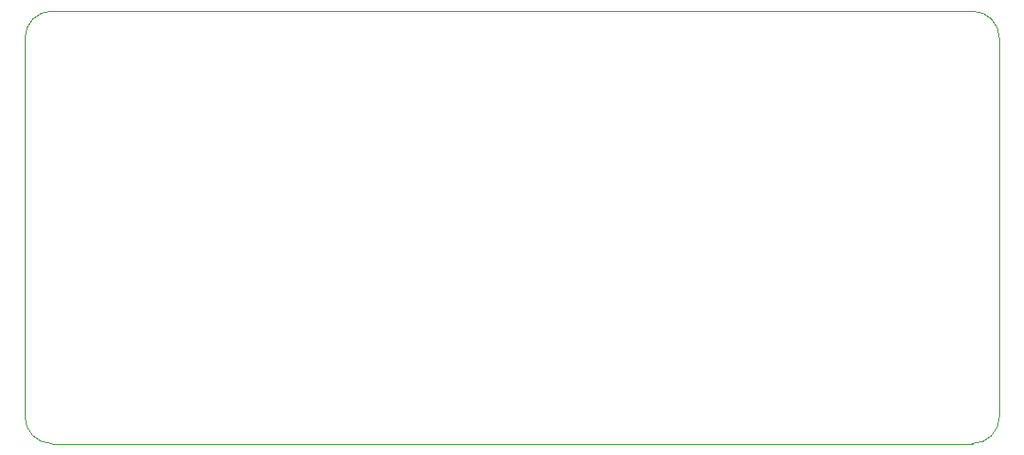
<source format=gbr>
%TF.GenerationSoftware,KiCad,Pcbnew,7.0.7*%
%TF.CreationDate,2023-09-12T01:28:46+09:00*%
%TF.ProjectId,sensorcircuit,73656e73-6f72-4636-9972-637569742e6b,rev?*%
%TF.SameCoordinates,Original*%
%TF.FileFunction,Profile,NP*%
%FSLAX46Y46*%
G04 Gerber Fmt 4.6, Leading zero omitted, Abs format (unit mm)*
G04 Created by KiCad (PCBNEW 7.0.7) date 2023-09-12 01:28:46*
%MOMM*%
%LPD*%
G01*
G04 APERTURE LIST*
%TA.AperFunction,Profile*%
%ADD10C,0.100000*%
%TD*%
G04 APERTURE END LIST*
D10*
X20000000Y-57500000D02*
X20000000Y-22500000D01*
X107500000Y-60000000D02*
X22500000Y-60000000D01*
X107500000Y-20000000D02*
X22500000Y-20000000D01*
X110000000Y-22500000D02*
X110000000Y-57500000D01*
X20000000Y-57500000D02*
G75*
G03*
X22500000Y-60000000I2500000J0D01*
G01*
X107500000Y-60000000D02*
G75*
G03*
X110000000Y-57500000I0J2500000D01*
G01*
X110000000Y-22500000D02*
G75*
G03*
X107500000Y-20000000I-2500000J0D01*
G01*
X22500000Y-20000000D02*
G75*
G03*
X20000000Y-22500000I0J-2500000D01*
G01*
M02*

</source>
